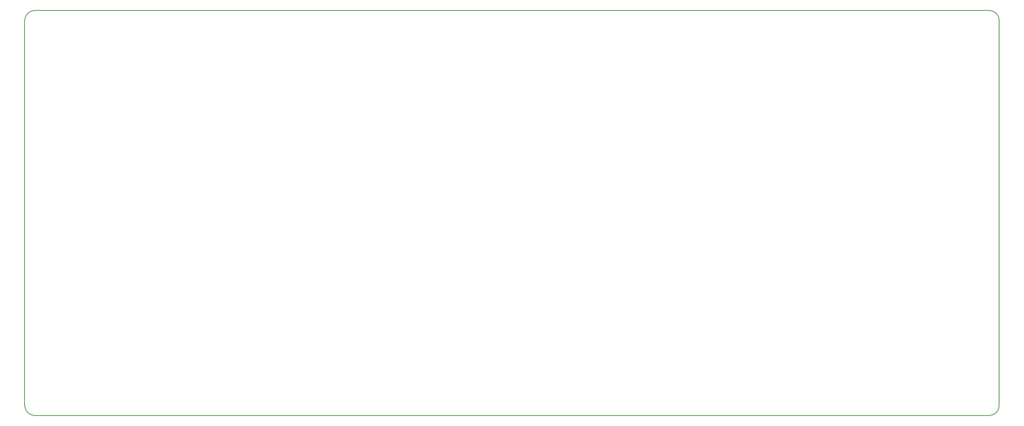
<source format=gm1>
G04 #@! TF.GenerationSoftware,KiCad,Pcbnew,(5.1.5)-3*
G04 #@! TF.CreationDate,2020-06-08T21:07:08-04:00*
G04 #@! TF.ProjectId,Xen40,58656e34-302e-46b6-9963-61645f706362,rev?*
G04 #@! TF.SameCoordinates,Original*
G04 #@! TF.FileFunction,Profile,NP*
%FSLAX46Y46*%
G04 Gerber Fmt 4.6, Leading zero omitted, Abs format (unit mm)*
G04 Created by KiCad (PCBNEW (5.1.5)-3) date 2020-06-08 21:07:08*
%MOMM*%
%LPD*%
G04 APERTURE LIST*
%ADD10C,0.152400*%
G04 APERTURE END LIST*
D10*
X34131250Y-44450000D02*
X257968750Y-44450000D01*
X31750000Y-137318750D02*
X31750000Y-46831250D01*
X257968750Y-139700000D02*
X34131250Y-139700000D01*
X260350000Y-46831250D02*
X260350000Y-137318750D01*
X31750000Y-46831250D02*
G75*
G02X34131250Y-44450000I2381250J0D01*
G01*
X34131250Y-139700000D02*
G75*
G02X31750000Y-137318750I0J2381250D01*
G01*
X260350000Y-137318750D02*
G75*
G02X257968750Y-139700000I-2381250J0D01*
G01*
X257968750Y-44450000D02*
G75*
G02X260350000Y-46831250I0J-2381250D01*
G01*
M02*

</source>
